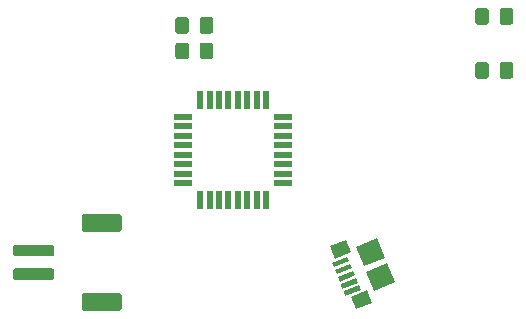
<source format=gbr>
G04 #@! TF.GenerationSoftware,KiCad,Pcbnew,5.1.5-1.fc31*
G04 #@! TF.CreationDate,2020-03-02T06:03:26+00:00*
G04 #@! TF.ProjectId,CatEars,43617445-6172-4732-9e6b-696361645f70,rev?*
G04 #@! TF.SameCoordinates,Original*
G04 #@! TF.FileFunction,Paste,Bot*
G04 #@! TF.FilePolarity,Positive*
%FSLAX46Y46*%
G04 Gerber Fmt 4.6, Leading zero omitted, Abs format (unit mm)*
G04 Created by KiCad (PCBNEW 5.1.5-1.fc31) date 2020-03-02 06:03:26*
%MOMM*%
%LPD*%
G04 APERTURE LIST*
%ADD10C,0.100000*%
%ADD11R,0.550000X1.600000*%
%ADD12R,1.600000X0.550000*%
G04 APERTURE END LIST*
D10*
G36*
X245722505Y-125539204D02*
G01*
X245746773Y-125542804D01*
X245770572Y-125548765D01*
X245793671Y-125557030D01*
X245815850Y-125567520D01*
X245836893Y-125580132D01*
X245856599Y-125594747D01*
X245874777Y-125611223D01*
X245891253Y-125629401D01*
X245905868Y-125649107D01*
X245918480Y-125670150D01*
X245928970Y-125692329D01*
X245937235Y-125715428D01*
X245943196Y-125739227D01*
X245946796Y-125763495D01*
X245948000Y-125787999D01*
X245948000Y-126688001D01*
X245946796Y-126712505D01*
X245943196Y-126736773D01*
X245937235Y-126760572D01*
X245928970Y-126783671D01*
X245918480Y-126805850D01*
X245905868Y-126826893D01*
X245891253Y-126846599D01*
X245874777Y-126864777D01*
X245856599Y-126881253D01*
X245836893Y-126895868D01*
X245815850Y-126908480D01*
X245793671Y-126918970D01*
X245770572Y-126927235D01*
X245746773Y-126933196D01*
X245722505Y-126936796D01*
X245698001Y-126938000D01*
X245047999Y-126938000D01*
X245023495Y-126936796D01*
X244999227Y-126933196D01*
X244975428Y-126927235D01*
X244952329Y-126918970D01*
X244930150Y-126908480D01*
X244909107Y-126895868D01*
X244889401Y-126881253D01*
X244871223Y-126864777D01*
X244854747Y-126846599D01*
X244840132Y-126826893D01*
X244827520Y-126805850D01*
X244817030Y-126783671D01*
X244808765Y-126760572D01*
X244802804Y-126736773D01*
X244799204Y-126712505D01*
X244798000Y-126688001D01*
X244798000Y-125787999D01*
X244799204Y-125763495D01*
X244802804Y-125739227D01*
X244808765Y-125715428D01*
X244817030Y-125692329D01*
X244827520Y-125670150D01*
X244840132Y-125649107D01*
X244854747Y-125629401D01*
X244871223Y-125611223D01*
X244889401Y-125594747D01*
X244909107Y-125580132D01*
X244930150Y-125567520D01*
X244952329Y-125557030D01*
X244975428Y-125548765D01*
X244999227Y-125542804D01*
X245023495Y-125539204D01*
X245047999Y-125538000D01*
X245698001Y-125538000D01*
X245722505Y-125539204D01*
G37*
G36*
X243672505Y-125539204D02*
G01*
X243696773Y-125542804D01*
X243720572Y-125548765D01*
X243743671Y-125557030D01*
X243765850Y-125567520D01*
X243786893Y-125580132D01*
X243806599Y-125594747D01*
X243824777Y-125611223D01*
X243841253Y-125629401D01*
X243855868Y-125649107D01*
X243868480Y-125670150D01*
X243878970Y-125692329D01*
X243887235Y-125715428D01*
X243893196Y-125739227D01*
X243896796Y-125763495D01*
X243898000Y-125787999D01*
X243898000Y-126688001D01*
X243896796Y-126712505D01*
X243893196Y-126736773D01*
X243887235Y-126760572D01*
X243878970Y-126783671D01*
X243868480Y-126805850D01*
X243855868Y-126826893D01*
X243841253Y-126846599D01*
X243824777Y-126864777D01*
X243806599Y-126881253D01*
X243786893Y-126895868D01*
X243765850Y-126908480D01*
X243743671Y-126918970D01*
X243720572Y-126927235D01*
X243696773Y-126933196D01*
X243672505Y-126936796D01*
X243648001Y-126938000D01*
X242997999Y-126938000D01*
X242973495Y-126936796D01*
X242949227Y-126933196D01*
X242925428Y-126927235D01*
X242902329Y-126918970D01*
X242880150Y-126908480D01*
X242859107Y-126895868D01*
X242839401Y-126881253D01*
X242821223Y-126864777D01*
X242804747Y-126846599D01*
X242790132Y-126826893D01*
X242777520Y-126805850D01*
X242767030Y-126783671D01*
X242758765Y-126760572D01*
X242752804Y-126736773D01*
X242749204Y-126712505D01*
X242748000Y-126688001D01*
X242748000Y-125787999D01*
X242749204Y-125763495D01*
X242752804Y-125739227D01*
X242758765Y-125715428D01*
X242767030Y-125692329D01*
X242777520Y-125670150D01*
X242790132Y-125649107D01*
X242804747Y-125629401D01*
X242821223Y-125611223D01*
X242839401Y-125594747D01*
X242859107Y-125580132D01*
X242880150Y-125567520D01*
X242902329Y-125557030D01*
X242925428Y-125548765D01*
X242949227Y-125542804D01*
X242973495Y-125539204D01*
X242997999Y-125538000D01*
X243648001Y-125538000D01*
X243672505Y-125539204D01*
G37*
G36*
X243672505Y-130111204D02*
G01*
X243696773Y-130114804D01*
X243720572Y-130120765D01*
X243743671Y-130129030D01*
X243765850Y-130139520D01*
X243786893Y-130152132D01*
X243806599Y-130166747D01*
X243824777Y-130183223D01*
X243841253Y-130201401D01*
X243855868Y-130221107D01*
X243868480Y-130242150D01*
X243878970Y-130264329D01*
X243887235Y-130287428D01*
X243893196Y-130311227D01*
X243896796Y-130335495D01*
X243898000Y-130359999D01*
X243898000Y-131260001D01*
X243896796Y-131284505D01*
X243893196Y-131308773D01*
X243887235Y-131332572D01*
X243878970Y-131355671D01*
X243868480Y-131377850D01*
X243855868Y-131398893D01*
X243841253Y-131418599D01*
X243824777Y-131436777D01*
X243806599Y-131453253D01*
X243786893Y-131467868D01*
X243765850Y-131480480D01*
X243743671Y-131490970D01*
X243720572Y-131499235D01*
X243696773Y-131505196D01*
X243672505Y-131508796D01*
X243648001Y-131510000D01*
X242997999Y-131510000D01*
X242973495Y-131508796D01*
X242949227Y-131505196D01*
X242925428Y-131499235D01*
X242902329Y-131490970D01*
X242880150Y-131480480D01*
X242859107Y-131467868D01*
X242839401Y-131453253D01*
X242821223Y-131436777D01*
X242804747Y-131418599D01*
X242790132Y-131398893D01*
X242777520Y-131377850D01*
X242767030Y-131355671D01*
X242758765Y-131332572D01*
X242752804Y-131308773D01*
X242749204Y-131284505D01*
X242748000Y-131260001D01*
X242748000Y-130359999D01*
X242749204Y-130335495D01*
X242752804Y-130311227D01*
X242758765Y-130287428D01*
X242767030Y-130264329D01*
X242777520Y-130242150D01*
X242790132Y-130221107D01*
X242804747Y-130201401D01*
X242821223Y-130183223D01*
X242839401Y-130166747D01*
X242859107Y-130152132D01*
X242880150Y-130139520D01*
X242902329Y-130129030D01*
X242925428Y-130120765D01*
X242949227Y-130114804D01*
X242973495Y-130111204D01*
X242997999Y-130110000D01*
X243648001Y-130110000D01*
X243672505Y-130111204D01*
G37*
G36*
X245722505Y-130111204D02*
G01*
X245746773Y-130114804D01*
X245770572Y-130120765D01*
X245793671Y-130129030D01*
X245815850Y-130139520D01*
X245836893Y-130152132D01*
X245856599Y-130166747D01*
X245874777Y-130183223D01*
X245891253Y-130201401D01*
X245905868Y-130221107D01*
X245918480Y-130242150D01*
X245928970Y-130264329D01*
X245937235Y-130287428D01*
X245943196Y-130311227D01*
X245946796Y-130335495D01*
X245948000Y-130359999D01*
X245948000Y-131260001D01*
X245946796Y-131284505D01*
X245943196Y-131308773D01*
X245937235Y-131332572D01*
X245928970Y-131355671D01*
X245918480Y-131377850D01*
X245905868Y-131398893D01*
X245891253Y-131418599D01*
X245874777Y-131436777D01*
X245856599Y-131453253D01*
X245836893Y-131467868D01*
X245815850Y-131480480D01*
X245793671Y-131490970D01*
X245770572Y-131499235D01*
X245746773Y-131505196D01*
X245722505Y-131508796D01*
X245698001Y-131510000D01*
X245047999Y-131510000D01*
X245023495Y-131508796D01*
X244999227Y-131505196D01*
X244975428Y-131499235D01*
X244952329Y-131490970D01*
X244930150Y-131480480D01*
X244909107Y-131467868D01*
X244889401Y-131453253D01*
X244871223Y-131436777D01*
X244854747Y-131418599D01*
X244840132Y-131398893D01*
X244827520Y-131377850D01*
X244817030Y-131355671D01*
X244808765Y-131332572D01*
X244802804Y-131308773D01*
X244799204Y-131284505D01*
X244798000Y-131260001D01*
X244798000Y-130359999D01*
X244799204Y-130335495D01*
X244802804Y-130311227D01*
X244808765Y-130287428D01*
X244817030Y-130264329D01*
X244827520Y-130242150D01*
X244840132Y-130221107D01*
X244854747Y-130201401D01*
X244871223Y-130183223D01*
X244889401Y-130166747D01*
X244909107Y-130152132D01*
X244930150Y-130139520D01*
X244952329Y-130129030D01*
X244975428Y-130120765D01*
X244999227Y-130114804D01*
X245023495Y-130111204D01*
X245047999Y-130110000D01*
X245698001Y-130110000D01*
X245722505Y-130111204D01*
G37*
G36*
X212591004Y-149667204D02*
G01*
X212615273Y-149670804D01*
X212639071Y-149676765D01*
X212662171Y-149685030D01*
X212684349Y-149695520D01*
X212705393Y-149708133D01*
X212725098Y-149722747D01*
X212743277Y-149739223D01*
X212759753Y-149757402D01*
X212774367Y-149777107D01*
X212786980Y-149798151D01*
X212797470Y-149820329D01*
X212805735Y-149843429D01*
X212811696Y-149867227D01*
X212815296Y-149891496D01*
X212816500Y-149916000D01*
X212816500Y-150916000D01*
X212815296Y-150940504D01*
X212811696Y-150964773D01*
X212805735Y-150988571D01*
X212797470Y-151011671D01*
X212786980Y-151033849D01*
X212774367Y-151054893D01*
X212759753Y-151074598D01*
X212743277Y-151092777D01*
X212725098Y-151109253D01*
X212705393Y-151123867D01*
X212684349Y-151136480D01*
X212662171Y-151146970D01*
X212639071Y-151155235D01*
X212615273Y-151161196D01*
X212591004Y-151164796D01*
X212566500Y-151166000D01*
X209666500Y-151166000D01*
X209641996Y-151164796D01*
X209617727Y-151161196D01*
X209593929Y-151155235D01*
X209570829Y-151146970D01*
X209548651Y-151136480D01*
X209527607Y-151123867D01*
X209507902Y-151109253D01*
X209489723Y-151092777D01*
X209473247Y-151074598D01*
X209458633Y-151054893D01*
X209446020Y-151033849D01*
X209435530Y-151011671D01*
X209427265Y-150988571D01*
X209421304Y-150964773D01*
X209417704Y-150940504D01*
X209416500Y-150916000D01*
X209416500Y-149916000D01*
X209417704Y-149891496D01*
X209421304Y-149867227D01*
X209427265Y-149843429D01*
X209435530Y-149820329D01*
X209446020Y-149798151D01*
X209458633Y-149777107D01*
X209473247Y-149757402D01*
X209489723Y-149739223D01*
X209507902Y-149722747D01*
X209527607Y-149708133D01*
X209548651Y-149695520D01*
X209570829Y-149685030D01*
X209593929Y-149676765D01*
X209617727Y-149670804D01*
X209641996Y-149667204D01*
X209666500Y-149666000D01*
X212566500Y-149666000D01*
X212591004Y-149667204D01*
G37*
G36*
X212591004Y-142967204D02*
G01*
X212615273Y-142970804D01*
X212639071Y-142976765D01*
X212662171Y-142985030D01*
X212684349Y-142995520D01*
X212705393Y-143008133D01*
X212725098Y-143022747D01*
X212743277Y-143039223D01*
X212759753Y-143057402D01*
X212774367Y-143077107D01*
X212786980Y-143098151D01*
X212797470Y-143120329D01*
X212805735Y-143143429D01*
X212811696Y-143167227D01*
X212815296Y-143191496D01*
X212816500Y-143216000D01*
X212816500Y-144216000D01*
X212815296Y-144240504D01*
X212811696Y-144264773D01*
X212805735Y-144288571D01*
X212797470Y-144311671D01*
X212786980Y-144333849D01*
X212774367Y-144354893D01*
X212759753Y-144374598D01*
X212743277Y-144392777D01*
X212725098Y-144409253D01*
X212705393Y-144423867D01*
X212684349Y-144436480D01*
X212662171Y-144446970D01*
X212639071Y-144455235D01*
X212615273Y-144461196D01*
X212591004Y-144464796D01*
X212566500Y-144466000D01*
X209666500Y-144466000D01*
X209641996Y-144464796D01*
X209617727Y-144461196D01*
X209593929Y-144455235D01*
X209570829Y-144446970D01*
X209548651Y-144436480D01*
X209527607Y-144423867D01*
X209507902Y-144409253D01*
X209489723Y-144392777D01*
X209473247Y-144374598D01*
X209458633Y-144354893D01*
X209446020Y-144333849D01*
X209435530Y-144311671D01*
X209427265Y-144288571D01*
X209421304Y-144264773D01*
X209417704Y-144240504D01*
X209416500Y-144216000D01*
X209416500Y-143216000D01*
X209417704Y-143191496D01*
X209421304Y-143167227D01*
X209427265Y-143143429D01*
X209435530Y-143120329D01*
X209446020Y-143098151D01*
X209458633Y-143077107D01*
X209473247Y-143057402D01*
X209489723Y-143039223D01*
X209507902Y-143022747D01*
X209527607Y-143008133D01*
X209548651Y-142995520D01*
X209570829Y-142985030D01*
X209593929Y-142976765D01*
X209617727Y-142970804D01*
X209641996Y-142967204D01*
X209666500Y-142966000D01*
X212566500Y-142966000D01*
X212591004Y-142967204D01*
G37*
G36*
X206891004Y-147567204D02*
G01*
X206915273Y-147570804D01*
X206939071Y-147576765D01*
X206962171Y-147585030D01*
X206984349Y-147595520D01*
X207005393Y-147608133D01*
X207025098Y-147622747D01*
X207043277Y-147639223D01*
X207059753Y-147657402D01*
X207074367Y-147677107D01*
X207086980Y-147698151D01*
X207097470Y-147720329D01*
X207105735Y-147743429D01*
X207111696Y-147767227D01*
X207115296Y-147791496D01*
X207116500Y-147816000D01*
X207116500Y-148316000D01*
X207115296Y-148340504D01*
X207111696Y-148364773D01*
X207105735Y-148388571D01*
X207097470Y-148411671D01*
X207086980Y-148433849D01*
X207074367Y-148454893D01*
X207059753Y-148474598D01*
X207043277Y-148492777D01*
X207025098Y-148509253D01*
X207005393Y-148523867D01*
X206984349Y-148536480D01*
X206962171Y-148546970D01*
X206939071Y-148555235D01*
X206915273Y-148561196D01*
X206891004Y-148564796D01*
X206866500Y-148566000D01*
X203866500Y-148566000D01*
X203841996Y-148564796D01*
X203817727Y-148561196D01*
X203793929Y-148555235D01*
X203770829Y-148546970D01*
X203748651Y-148536480D01*
X203727607Y-148523867D01*
X203707902Y-148509253D01*
X203689723Y-148492777D01*
X203673247Y-148474598D01*
X203658633Y-148454893D01*
X203646020Y-148433849D01*
X203635530Y-148411671D01*
X203627265Y-148388571D01*
X203621304Y-148364773D01*
X203617704Y-148340504D01*
X203616500Y-148316000D01*
X203616500Y-147816000D01*
X203617704Y-147791496D01*
X203621304Y-147767227D01*
X203627265Y-147743429D01*
X203635530Y-147720329D01*
X203646020Y-147698151D01*
X203658633Y-147677107D01*
X203673247Y-147657402D01*
X203689723Y-147639223D01*
X203707902Y-147622747D01*
X203727607Y-147608133D01*
X203748651Y-147595520D01*
X203770829Y-147585030D01*
X203793929Y-147576765D01*
X203817727Y-147570804D01*
X203841996Y-147567204D01*
X203866500Y-147566000D01*
X206866500Y-147566000D01*
X206891004Y-147567204D01*
G37*
G36*
X206891004Y-145567204D02*
G01*
X206915273Y-145570804D01*
X206939071Y-145576765D01*
X206962171Y-145585030D01*
X206984349Y-145595520D01*
X207005393Y-145608133D01*
X207025098Y-145622747D01*
X207043277Y-145639223D01*
X207059753Y-145657402D01*
X207074367Y-145677107D01*
X207086980Y-145698151D01*
X207097470Y-145720329D01*
X207105735Y-145743429D01*
X207111696Y-145767227D01*
X207115296Y-145791496D01*
X207116500Y-145816000D01*
X207116500Y-146316000D01*
X207115296Y-146340504D01*
X207111696Y-146364773D01*
X207105735Y-146388571D01*
X207097470Y-146411671D01*
X207086980Y-146433849D01*
X207074367Y-146454893D01*
X207059753Y-146474598D01*
X207043277Y-146492777D01*
X207025098Y-146509253D01*
X207005393Y-146523867D01*
X206984349Y-146536480D01*
X206962171Y-146546970D01*
X206939071Y-146555235D01*
X206915273Y-146561196D01*
X206891004Y-146564796D01*
X206866500Y-146566000D01*
X203866500Y-146566000D01*
X203841996Y-146564796D01*
X203817727Y-146561196D01*
X203793929Y-146555235D01*
X203770829Y-146546970D01*
X203748651Y-146536480D01*
X203727607Y-146523867D01*
X203707902Y-146509253D01*
X203689723Y-146492777D01*
X203673247Y-146474598D01*
X203658633Y-146454893D01*
X203646020Y-146433849D01*
X203635530Y-146411671D01*
X203627265Y-146388571D01*
X203621304Y-146364773D01*
X203617704Y-146340504D01*
X203616500Y-146316000D01*
X203616500Y-145816000D01*
X203617704Y-145791496D01*
X203621304Y-145767227D01*
X203627265Y-145743429D01*
X203635530Y-145720329D01*
X203646020Y-145698151D01*
X203658633Y-145677107D01*
X203673247Y-145657402D01*
X203689723Y-145639223D01*
X203707902Y-145622747D01*
X203727607Y-145608133D01*
X203748651Y-145595520D01*
X203770829Y-145585030D01*
X203793929Y-145576765D01*
X203817727Y-145570804D01*
X203841996Y-145567204D01*
X203866500Y-145566000D01*
X206866500Y-145566000D01*
X206891004Y-145567204D01*
G37*
G36*
X218272505Y-126301204D02*
G01*
X218296773Y-126304804D01*
X218320572Y-126310765D01*
X218343671Y-126319030D01*
X218365850Y-126329520D01*
X218386893Y-126342132D01*
X218406599Y-126356747D01*
X218424777Y-126373223D01*
X218441253Y-126391401D01*
X218455868Y-126411107D01*
X218468480Y-126432150D01*
X218478970Y-126454329D01*
X218487235Y-126477428D01*
X218493196Y-126501227D01*
X218496796Y-126525495D01*
X218498000Y-126549999D01*
X218498000Y-127450001D01*
X218496796Y-127474505D01*
X218493196Y-127498773D01*
X218487235Y-127522572D01*
X218478970Y-127545671D01*
X218468480Y-127567850D01*
X218455868Y-127588893D01*
X218441253Y-127608599D01*
X218424777Y-127626777D01*
X218406599Y-127643253D01*
X218386893Y-127657868D01*
X218365850Y-127670480D01*
X218343671Y-127680970D01*
X218320572Y-127689235D01*
X218296773Y-127695196D01*
X218272505Y-127698796D01*
X218248001Y-127700000D01*
X217597999Y-127700000D01*
X217573495Y-127698796D01*
X217549227Y-127695196D01*
X217525428Y-127689235D01*
X217502329Y-127680970D01*
X217480150Y-127670480D01*
X217459107Y-127657868D01*
X217439401Y-127643253D01*
X217421223Y-127626777D01*
X217404747Y-127608599D01*
X217390132Y-127588893D01*
X217377520Y-127567850D01*
X217367030Y-127545671D01*
X217358765Y-127522572D01*
X217352804Y-127498773D01*
X217349204Y-127474505D01*
X217348000Y-127450001D01*
X217348000Y-126549999D01*
X217349204Y-126525495D01*
X217352804Y-126501227D01*
X217358765Y-126477428D01*
X217367030Y-126454329D01*
X217377520Y-126432150D01*
X217390132Y-126411107D01*
X217404747Y-126391401D01*
X217421223Y-126373223D01*
X217439401Y-126356747D01*
X217459107Y-126342132D01*
X217480150Y-126329520D01*
X217502329Y-126319030D01*
X217525428Y-126310765D01*
X217549227Y-126304804D01*
X217573495Y-126301204D01*
X217597999Y-126300000D01*
X218248001Y-126300000D01*
X218272505Y-126301204D01*
G37*
G36*
X220322505Y-126301204D02*
G01*
X220346773Y-126304804D01*
X220370572Y-126310765D01*
X220393671Y-126319030D01*
X220415850Y-126329520D01*
X220436893Y-126342132D01*
X220456599Y-126356747D01*
X220474777Y-126373223D01*
X220491253Y-126391401D01*
X220505868Y-126411107D01*
X220518480Y-126432150D01*
X220528970Y-126454329D01*
X220537235Y-126477428D01*
X220543196Y-126501227D01*
X220546796Y-126525495D01*
X220548000Y-126549999D01*
X220548000Y-127450001D01*
X220546796Y-127474505D01*
X220543196Y-127498773D01*
X220537235Y-127522572D01*
X220528970Y-127545671D01*
X220518480Y-127567850D01*
X220505868Y-127588893D01*
X220491253Y-127608599D01*
X220474777Y-127626777D01*
X220456599Y-127643253D01*
X220436893Y-127657868D01*
X220415850Y-127670480D01*
X220393671Y-127680970D01*
X220370572Y-127689235D01*
X220346773Y-127695196D01*
X220322505Y-127698796D01*
X220298001Y-127700000D01*
X219647999Y-127700000D01*
X219623495Y-127698796D01*
X219599227Y-127695196D01*
X219575428Y-127689235D01*
X219552329Y-127680970D01*
X219530150Y-127670480D01*
X219509107Y-127657868D01*
X219489401Y-127643253D01*
X219471223Y-127626777D01*
X219454747Y-127608599D01*
X219440132Y-127588893D01*
X219427520Y-127567850D01*
X219417030Y-127545671D01*
X219408765Y-127522572D01*
X219402804Y-127498773D01*
X219399204Y-127474505D01*
X219398000Y-127450001D01*
X219398000Y-126549999D01*
X219399204Y-126525495D01*
X219402804Y-126501227D01*
X219408765Y-126477428D01*
X219417030Y-126454329D01*
X219427520Y-126432150D01*
X219440132Y-126411107D01*
X219454747Y-126391401D01*
X219471223Y-126373223D01*
X219489401Y-126356747D01*
X219509107Y-126342132D01*
X219530150Y-126329520D01*
X219552329Y-126319030D01*
X219575428Y-126310765D01*
X219599227Y-126304804D01*
X219623495Y-126301204D01*
X219647999Y-126300000D01*
X220298001Y-126300000D01*
X220322505Y-126301204D01*
G37*
G36*
X218272505Y-128460204D02*
G01*
X218296773Y-128463804D01*
X218320572Y-128469765D01*
X218343671Y-128478030D01*
X218365850Y-128488520D01*
X218386893Y-128501132D01*
X218406599Y-128515747D01*
X218424777Y-128532223D01*
X218441253Y-128550401D01*
X218455868Y-128570107D01*
X218468480Y-128591150D01*
X218478970Y-128613329D01*
X218487235Y-128636428D01*
X218493196Y-128660227D01*
X218496796Y-128684495D01*
X218498000Y-128708999D01*
X218498000Y-129609001D01*
X218496796Y-129633505D01*
X218493196Y-129657773D01*
X218487235Y-129681572D01*
X218478970Y-129704671D01*
X218468480Y-129726850D01*
X218455868Y-129747893D01*
X218441253Y-129767599D01*
X218424777Y-129785777D01*
X218406599Y-129802253D01*
X218386893Y-129816868D01*
X218365850Y-129829480D01*
X218343671Y-129839970D01*
X218320572Y-129848235D01*
X218296773Y-129854196D01*
X218272505Y-129857796D01*
X218248001Y-129859000D01*
X217597999Y-129859000D01*
X217573495Y-129857796D01*
X217549227Y-129854196D01*
X217525428Y-129848235D01*
X217502329Y-129839970D01*
X217480150Y-129829480D01*
X217459107Y-129816868D01*
X217439401Y-129802253D01*
X217421223Y-129785777D01*
X217404747Y-129767599D01*
X217390132Y-129747893D01*
X217377520Y-129726850D01*
X217367030Y-129704671D01*
X217358765Y-129681572D01*
X217352804Y-129657773D01*
X217349204Y-129633505D01*
X217348000Y-129609001D01*
X217348000Y-128708999D01*
X217349204Y-128684495D01*
X217352804Y-128660227D01*
X217358765Y-128636428D01*
X217367030Y-128613329D01*
X217377520Y-128591150D01*
X217390132Y-128570107D01*
X217404747Y-128550401D01*
X217421223Y-128532223D01*
X217439401Y-128515747D01*
X217459107Y-128501132D01*
X217480150Y-128488520D01*
X217502329Y-128478030D01*
X217525428Y-128469765D01*
X217549227Y-128463804D01*
X217573495Y-128460204D01*
X217597999Y-128459000D01*
X218248001Y-128459000D01*
X218272505Y-128460204D01*
G37*
G36*
X220322505Y-128460204D02*
G01*
X220346773Y-128463804D01*
X220370572Y-128469765D01*
X220393671Y-128478030D01*
X220415850Y-128488520D01*
X220436893Y-128501132D01*
X220456599Y-128515747D01*
X220474777Y-128532223D01*
X220491253Y-128550401D01*
X220505868Y-128570107D01*
X220518480Y-128591150D01*
X220528970Y-128613329D01*
X220537235Y-128636428D01*
X220543196Y-128660227D01*
X220546796Y-128684495D01*
X220548000Y-128708999D01*
X220548000Y-129609001D01*
X220546796Y-129633505D01*
X220543196Y-129657773D01*
X220537235Y-129681572D01*
X220528970Y-129704671D01*
X220518480Y-129726850D01*
X220505868Y-129747893D01*
X220491253Y-129767599D01*
X220474777Y-129785777D01*
X220456599Y-129802253D01*
X220436893Y-129816868D01*
X220415850Y-129829480D01*
X220393671Y-129839970D01*
X220370572Y-129848235D01*
X220346773Y-129854196D01*
X220322505Y-129857796D01*
X220298001Y-129859000D01*
X219647999Y-129859000D01*
X219623495Y-129857796D01*
X219599227Y-129854196D01*
X219575428Y-129848235D01*
X219552329Y-129839970D01*
X219530150Y-129829480D01*
X219509107Y-129816868D01*
X219489401Y-129802253D01*
X219471223Y-129785777D01*
X219454747Y-129767599D01*
X219440132Y-129747893D01*
X219427520Y-129726850D01*
X219417030Y-129704671D01*
X219408765Y-129681572D01*
X219402804Y-129657773D01*
X219399204Y-129633505D01*
X219398000Y-129609001D01*
X219398000Y-128708999D01*
X219399204Y-128684495D01*
X219402804Y-128660227D01*
X219408765Y-128636428D01*
X219417030Y-128613329D01*
X219427520Y-128591150D01*
X219440132Y-128570107D01*
X219454747Y-128550401D01*
X219471223Y-128532223D01*
X219489401Y-128515747D01*
X219509107Y-128501132D01*
X219530150Y-128488520D01*
X219552329Y-128478030D01*
X219575428Y-128469765D01*
X219599227Y-128463804D01*
X219623495Y-128460204D01*
X219647999Y-128459000D01*
X220298001Y-128459000D01*
X220322505Y-128460204D01*
G37*
D11*
X219450000Y-141791000D03*
X220250000Y-141791000D03*
X221050000Y-141791000D03*
X221850000Y-141791000D03*
X222650000Y-141791000D03*
X223450000Y-141791000D03*
X224250000Y-141791000D03*
X225050000Y-141791000D03*
D12*
X226500000Y-140341000D03*
X226500000Y-139541000D03*
X226500000Y-138741000D03*
X226500000Y-137941000D03*
X226500000Y-137141000D03*
X226500000Y-136341000D03*
X226500000Y-135541000D03*
X226500000Y-134741000D03*
D11*
X225050000Y-133291000D03*
X224250000Y-133291000D03*
X223450000Y-133291000D03*
X222650000Y-133291000D03*
X221850000Y-133291000D03*
X221050000Y-133291000D03*
X220250000Y-133291000D03*
X219450000Y-133291000D03*
D12*
X218000000Y-134741000D03*
X218000000Y-135541000D03*
X218000000Y-136341000D03*
X218000000Y-137141000D03*
X218000000Y-137941000D03*
X218000000Y-138741000D03*
X218000000Y-139541000D03*
X218000000Y-140341000D03*
D10*
G36*
X230460306Y-145674237D02*
G01*
X231804723Y-145131058D01*
X232235520Y-146197319D01*
X230891103Y-146740498D01*
X230460306Y-145674237D01*
G37*
G36*
X232198481Y-149976370D02*
G01*
X233542898Y-149433191D01*
X233973695Y-150499452D01*
X232629278Y-151042631D01*
X232198481Y-149976370D01*
G37*
G36*
X232654583Y-145752980D02*
G01*
X234416232Y-145041228D01*
X235071793Y-146663800D01*
X233310144Y-147375552D01*
X232654583Y-145752980D01*
G37*
G36*
X231103633Y-148320968D02*
G01*
X232401690Y-147796519D01*
X232551533Y-148167392D01*
X231253476Y-148691841D01*
X231103633Y-148320968D01*
G37*
G36*
X231347128Y-148923637D02*
G01*
X232645185Y-148399188D01*
X232795028Y-148770061D01*
X231496971Y-149294510D01*
X231347128Y-148923637D01*
G37*
G36*
X231590622Y-149526307D02*
G01*
X232888679Y-149001858D01*
X233038522Y-149372731D01*
X231740465Y-149897180D01*
X231590622Y-149526307D01*
G37*
G36*
X230616645Y-147115629D02*
G01*
X231914702Y-146591180D01*
X232064545Y-146962053D01*
X230766488Y-147486502D01*
X230616645Y-147115629D01*
G37*
G36*
X230860139Y-147718298D02*
G01*
X232158196Y-147193849D01*
X232308039Y-147564722D01*
X231009982Y-148089171D01*
X230860139Y-147718298D01*
G37*
G36*
X233497448Y-147839144D02*
G01*
X235259097Y-147127392D01*
X235914658Y-148749964D01*
X234153009Y-149461716D01*
X233497448Y-147839144D01*
G37*
M02*

</source>
